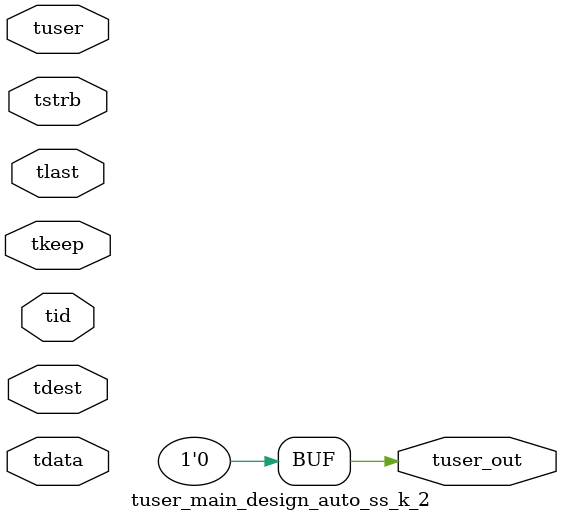
<source format=v>


`timescale 1ps/1ps

module tuser_main_design_auto_ss_k_2 #
(
parameter C_S_AXIS_TUSER_WIDTH = 1,
parameter C_S_AXIS_TDATA_WIDTH = 32,
parameter C_S_AXIS_TID_WIDTH   = 0,
parameter C_S_AXIS_TDEST_WIDTH = 0,
parameter C_M_AXIS_TUSER_WIDTH = 1
)
(
input  [(C_S_AXIS_TUSER_WIDTH == 0 ? 1 : C_S_AXIS_TUSER_WIDTH)-1:0     ] tuser,
input  [(C_S_AXIS_TDATA_WIDTH == 0 ? 1 : C_S_AXIS_TDATA_WIDTH)-1:0     ] tdata,
input  [(C_S_AXIS_TID_WIDTH   == 0 ? 1 : C_S_AXIS_TID_WIDTH)-1:0       ] tid,
input  [(C_S_AXIS_TDEST_WIDTH == 0 ? 1 : C_S_AXIS_TDEST_WIDTH)-1:0     ] tdest,
input  [(C_S_AXIS_TDATA_WIDTH/8)-1:0 ] tkeep,
input  [(C_S_AXIS_TDATA_WIDTH/8)-1:0 ] tstrb,
input                                                                    tlast,
output [C_M_AXIS_TUSER_WIDTH-1:0] tuser_out
);

assign tuser_out = {1'b0};

endmodule


</source>
